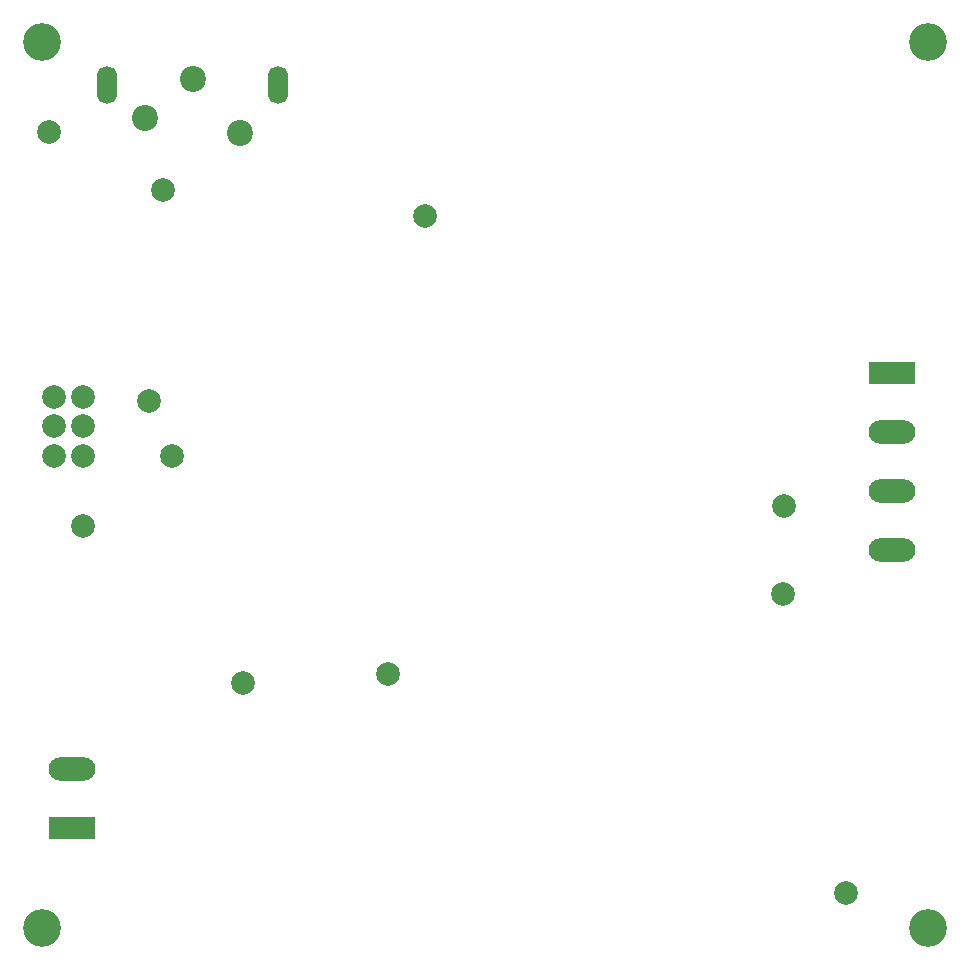
<source format=gbs>
%TF.GenerationSoftware,KiCad,Pcbnew,7.0.7*%
%TF.CreationDate,2023-08-30T15:53:29-04:00*%
%TF.ProjectId,Basic Stereo Amp,42617369-6320-4537-9465-72656f20416d,rev?*%
%TF.SameCoordinates,Original*%
%TF.FileFunction,Soldermask,Bot*%
%TF.FilePolarity,Negative*%
%FSLAX46Y46*%
G04 Gerber Fmt 4.6, Leading zero omitted, Abs format (unit mm)*
G04 Created by KiCad (PCBNEW 7.0.7) date 2023-08-30 15:53:29*
%MOMM*%
%LPD*%
G01*
G04 APERTURE LIST*
%ADD10C,2.000000*%
%ADD11O,1.700000X3.200000*%
%ADD12C,2.200000*%
%ADD13C,3.200000*%
%ADD14R,3.960000X1.980000*%
%ADD15O,3.960000X1.980000*%
G04 APERTURE END LIST*
D10*
%TO.C,TP9*%
X173350000Y-89750000D03*
%TD*%
D11*
%TO.C,J1*%
X116000000Y-54150000D03*
X130500000Y-54150000D03*
D12*
X127250000Y-58150000D03*
X119250000Y-56900000D03*
X123250000Y-53650000D03*
%TD*%
D10*
%TO.C,TP6*%
X139800000Y-104000000D03*
%TD*%
D13*
%TO.C,H2*%
X110500000Y-125500000D03*
%TD*%
D10*
%TO.C,TP8*%
X173250000Y-97250000D03*
%TD*%
%TO.C,TP5*%
X121500000Y-85500000D03*
%TD*%
%TO.C,TP1*%
X111100000Y-58100000D03*
%TD*%
%TO.C,TP10*%
X127500000Y-104750000D03*
%TD*%
%TO.C,TP7*%
X142900000Y-65200000D03*
%TD*%
%TO.C,TP3*%
X119600000Y-80900000D03*
%TD*%
%TO.C,RV1*%
X114000000Y-85500000D03*
X114000000Y-83000000D03*
X114000000Y-80500000D03*
X111500000Y-85500000D03*
X111500000Y-83000000D03*
X111500000Y-80500000D03*
%TD*%
D14*
%TO.C,J2*%
X113000000Y-117000000D03*
D15*
X113000000Y-112000000D03*
%TD*%
D10*
%TO.C,TP2*%
X120750000Y-63000000D03*
%TD*%
D14*
%TO.C,J3*%
X182500000Y-78500000D03*
D15*
X182500000Y-83500000D03*
X182500000Y-88500000D03*
X182500000Y-93500000D03*
%TD*%
D13*
%TO.C,H4*%
X185500000Y-125500000D03*
%TD*%
D10*
%TO.C,TP4*%
X114000000Y-91500000D03*
%TD*%
D13*
%TO.C,H1*%
X110500000Y-50500000D03*
%TD*%
D10*
%TO.C,TP11*%
X178600000Y-122500000D03*
%TD*%
D13*
%TO.C,H3*%
X185500000Y-50500000D03*
%TD*%
M02*

</source>
